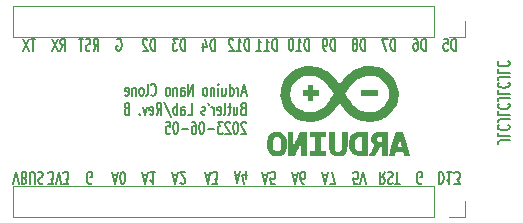
<source format=gbr>
%TF.GenerationSoftware,KiCad,Pcbnew,7.0.5-0*%
%TF.CreationDate,2023-06-05T20:56:04-04:00*%
%TF.ProjectId,mini_arduino_clone,6d696e69-5f61-4726-9475-696e6f5f636c,B*%
%TF.SameCoordinates,Original*%
%TF.FileFunction,Legend,Bot*%
%TF.FilePolarity,Positive*%
%FSLAX46Y46*%
G04 Gerber Fmt 4.6, Leading zero omitted, Abs format (unit mm)*
G04 Created by KiCad (PCBNEW 7.0.5-0) date 2023-06-05 20:56:04*
%MOMM*%
%LPD*%
G01*
G04 APERTURE LIST*
%ADD10C,0.153000*%
%ADD11C,0.120000*%
%ADD12C,0.600000*%
%ADD13O,1.700000X1.000000*%
%ADD14O,1.700000X0.850000*%
%ADD15C,0.991000*%
%ADD16R,1.700000X1.700000*%
%ADD17O,1.700000X1.700000*%
G04 APERTURE END LIST*
D10*
X44619229Y6539154D02*
X43904944Y6539154D01*
X43904944Y6539154D02*
X43762087Y6505821D01*
X43762087Y6505821D02*
X43666849Y6439154D01*
X43666849Y6439154D02*
X43619229Y6339154D01*
X43619229Y6339154D02*
X43619229Y6272487D01*
X43619229Y7205820D02*
X43619229Y6872487D01*
X43619229Y6872487D02*
X44619229Y6872487D01*
X43714468Y7839154D02*
X43666849Y7805821D01*
X43666849Y7805821D02*
X43619229Y7705821D01*
X43619229Y7705821D02*
X43619229Y7639154D01*
X43619229Y7639154D02*
X43666849Y7539154D01*
X43666849Y7539154D02*
X43762087Y7472487D01*
X43762087Y7472487D02*
X43857325Y7439154D01*
X43857325Y7439154D02*
X44047801Y7405821D01*
X44047801Y7405821D02*
X44190658Y7405821D01*
X44190658Y7405821D02*
X44381134Y7439154D01*
X44381134Y7439154D02*
X44476372Y7472487D01*
X44476372Y7472487D02*
X44571610Y7539154D01*
X44571610Y7539154D02*
X44619229Y7639154D01*
X44619229Y7639154D02*
X44619229Y7705821D01*
X44619229Y7705821D02*
X44571610Y7805821D01*
X44571610Y7805821D02*
X44523991Y7839154D01*
X44619229Y8339154D02*
X43904944Y8339154D01*
X43904944Y8339154D02*
X43762087Y8305821D01*
X43762087Y8305821D02*
X43666849Y8239154D01*
X43666849Y8239154D02*
X43619229Y8139154D01*
X43619229Y8139154D02*
X43619229Y8072487D01*
X43619229Y9005820D02*
X43619229Y8672487D01*
X43619229Y8672487D02*
X44619229Y8672487D01*
X43714468Y9639154D02*
X43666849Y9605821D01*
X43666849Y9605821D02*
X43619229Y9505821D01*
X43619229Y9505821D02*
X43619229Y9439154D01*
X43619229Y9439154D02*
X43666849Y9339154D01*
X43666849Y9339154D02*
X43762087Y9272487D01*
X43762087Y9272487D02*
X43857325Y9239154D01*
X43857325Y9239154D02*
X44047801Y9205821D01*
X44047801Y9205821D02*
X44190658Y9205821D01*
X44190658Y9205821D02*
X44381134Y9239154D01*
X44381134Y9239154D02*
X44476372Y9272487D01*
X44476372Y9272487D02*
X44571610Y9339154D01*
X44571610Y9339154D02*
X44619229Y9439154D01*
X44619229Y9439154D02*
X44619229Y9505821D01*
X44619229Y9505821D02*
X44571610Y9605821D01*
X44571610Y9605821D02*
X44523991Y9639154D01*
X44619229Y10139154D02*
X43904944Y10139154D01*
X43904944Y10139154D02*
X43762087Y10105821D01*
X43762087Y10105821D02*
X43666849Y10039154D01*
X43666849Y10039154D02*
X43619229Y9939154D01*
X43619229Y9939154D02*
X43619229Y9872487D01*
X43619229Y10805820D02*
X43619229Y10472487D01*
X43619229Y10472487D02*
X44619229Y10472487D01*
X43714468Y11439154D02*
X43666849Y11405821D01*
X43666849Y11405821D02*
X43619229Y11305821D01*
X43619229Y11305821D02*
X43619229Y11239154D01*
X43619229Y11239154D02*
X43666849Y11139154D01*
X43666849Y11139154D02*
X43762087Y11072487D01*
X43762087Y11072487D02*
X43857325Y11039154D01*
X43857325Y11039154D02*
X44047801Y11005821D01*
X44047801Y11005821D02*
X44190658Y11005821D01*
X44190658Y11005821D02*
X44381134Y11039154D01*
X44381134Y11039154D02*
X44476372Y11072487D01*
X44476372Y11072487D02*
X44571610Y11139154D01*
X44571610Y11139154D02*
X44619229Y11239154D01*
X44619229Y11239154D02*
X44619229Y11305821D01*
X44619229Y11305821D02*
X44571610Y11405821D01*
X44571610Y11405821D02*
X44523991Y11439154D01*
X44619229Y11939154D02*
X43904944Y11939154D01*
X43904944Y11939154D02*
X43762087Y11905821D01*
X43762087Y11905821D02*
X43666849Y11839154D01*
X43666849Y11839154D02*
X43619229Y11739154D01*
X43619229Y11739154D02*
X43619229Y11672487D01*
X43619229Y12605820D02*
X43619229Y12272487D01*
X43619229Y12272487D02*
X44619229Y12272487D01*
X43714468Y13239154D02*
X43666849Y13205821D01*
X43666849Y13205821D02*
X43619229Y13105821D01*
X43619229Y13105821D02*
X43619229Y13039154D01*
X43619229Y13039154D02*
X43666849Y12939154D01*
X43666849Y12939154D02*
X43762087Y12872487D01*
X43762087Y12872487D02*
X43857325Y12839154D01*
X43857325Y12839154D02*
X44047801Y12805821D01*
X44047801Y12805821D02*
X44190658Y12805821D01*
X44190658Y12805821D02*
X44381134Y12839154D01*
X44381134Y12839154D02*
X44476372Y12872487D01*
X44476372Y12872487D02*
X44571610Y12939154D01*
X44571610Y12939154D02*
X44619229Y13039154D01*
X44619229Y13039154D02*
X44619229Y13105821D01*
X44619229Y13105821D02*
X44571610Y13205821D01*
X44571610Y13205821D02*
X44523991Y13239154D01*
X14613666Y14143824D02*
X14613666Y15143824D01*
X14613666Y15143824D02*
X14446999Y15143824D01*
X14446999Y15143824D02*
X14346999Y15096205D01*
X14346999Y15096205D02*
X14280333Y15000967D01*
X14280333Y15000967D02*
X14246999Y14905729D01*
X14246999Y14905729D02*
X14213666Y14715253D01*
X14213666Y14715253D02*
X14213666Y14572396D01*
X14213666Y14572396D02*
X14246999Y14381920D01*
X14246999Y14381920D02*
X14280333Y14286682D01*
X14280333Y14286682D02*
X14346999Y14191443D01*
X14346999Y14191443D02*
X14446999Y14143824D01*
X14446999Y14143824D02*
X14613666Y14143824D01*
X13946999Y15048586D02*
X13913666Y15096205D01*
X13913666Y15096205D02*
X13846999Y15143824D01*
X13846999Y15143824D02*
X13680333Y15143824D01*
X13680333Y15143824D02*
X13613666Y15096205D01*
X13613666Y15096205D02*
X13580333Y15048586D01*
X13580333Y15048586D02*
X13546999Y14953348D01*
X13546999Y14953348D02*
X13546999Y14858110D01*
X13546999Y14858110D02*
X13580333Y14715253D01*
X13580333Y14715253D02*
X13980333Y14143824D01*
X13980333Y14143824D02*
X13546999Y14143824D01*
X19693666Y14093024D02*
X19693666Y15093024D01*
X19693666Y15093024D02*
X19526999Y15093024D01*
X19526999Y15093024D02*
X19426999Y15045405D01*
X19426999Y15045405D02*
X19360333Y14950167D01*
X19360333Y14950167D02*
X19326999Y14854929D01*
X19326999Y14854929D02*
X19293666Y14664453D01*
X19293666Y14664453D02*
X19293666Y14521596D01*
X19293666Y14521596D02*
X19326999Y14331120D01*
X19326999Y14331120D02*
X19360333Y14235882D01*
X19360333Y14235882D02*
X19426999Y14140643D01*
X19426999Y14140643D02*
X19526999Y14093024D01*
X19526999Y14093024D02*
X19693666Y14093024D01*
X18693666Y14759691D02*
X18693666Y14093024D01*
X18860333Y15140643D02*
X19026999Y14426358D01*
X19026999Y14426358D02*
X18593666Y14426358D01*
X11373666Y15096205D02*
X11440333Y15143824D01*
X11440333Y15143824D02*
X11540333Y15143824D01*
X11540333Y15143824D02*
X11640333Y15096205D01*
X11640333Y15096205D02*
X11707000Y15000967D01*
X11707000Y15000967D02*
X11740333Y14905729D01*
X11740333Y14905729D02*
X11773666Y14715253D01*
X11773666Y14715253D02*
X11773666Y14572396D01*
X11773666Y14572396D02*
X11740333Y14381920D01*
X11740333Y14381920D02*
X11707000Y14286682D01*
X11707000Y14286682D02*
X11640333Y14191443D01*
X11640333Y14191443D02*
X11540333Y14143824D01*
X11540333Y14143824D02*
X11473666Y14143824D01*
X11473666Y14143824D02*
X11373666Y14191443D01*
X11373666Y14191443D02*
X11340333Y14239063D01*
X11340333Y14239063D02*
X11340333Y14572396D01*
X11340333Y14572396D02*
X11473666Y14572396D01*
X6593666Y14143824D02*
X6826999Y14620015D01*
X6993666Y14143824D02*
X6993666Y15143824D01*
X6993666Y15143824D02*
X6726999Y15143824D01*
X6726999Y15143824D02*
X6660333Y15096205D01*
X6660333Y15096205D02*
X6626999Y15048586D01*
X6626999Y15048586D02*
X6593666Y14953348D01*
X6593666Y14953348D02*
X6593666Y14810491D01*
X6593666Y14810491D02*
X6626999Y14715253D01*
X6626999Y14715253D02*
X6660333Y14667634D01*
X6660333Y14667634D02*
X6726999Y14620015D01*
X6726999Y14620015D02*
X6993666Y14620015D01*
X6360333Y15143824D02*
X5893666Y14143824D01*
X5893666Y15143824D02*
X6360333Y14143824D01*
X22299902Y10614539D02*
X21966569Y10614539D01*
X22366569Y10328824D02*
X22133236Y11328824D01*
X22133236Y11328824D02*
X21899902Y10328824D01*
X21666569Y10328824D02*
X21666569Y10995491D01*
X21666569Y10805015D02*
X21633236Y10900253D01*
X21633236Y10900253D02*
X21599902Y10947872D01*
X21599902Y10947872D02*
X21533236Y10995491D01*
X21533236Y10995491D02*
X21466569Y10995491D01*
X20933236Y10328824D02*
X20933236Y11328824D01*
X20933236Y10376443D02*
X20999903Y10328824D01*
X20999903Y10328824D02*
X21133236Y10328824D01*
X21133236Y10328824D02*
X21199903Y10376443D01*
X21199903Y10376443D02*
X21233236Y10424063D01*
X21233236Y10424063D02*
X21266569Y10519301D01*
X21266569Y10519301D02*
X21266569Y10805015D01*
X21266569Y10805015D02*
X21233236Y10900253D01*
X21233236Y10900253D02*
X21199903Y10947872D01*
X21199903Y10947872D02*
X21133236Y10995491D01*
X21133236Y10995491D02*
X20999903Y10995491D01*
X20999903Y10995491D02*
X20933236Y10947872D01*
X20299903Y10995491D02*
X20299903Y10328824D01*
X20599903Y10995491D02*
X20599903Y10471682D01*
X20599903Y10471682D02*
X20566570Y10376443D01*
X20566570Y10376443D02*
X20499903Y10328824D01*
X20499903Y10328824D02*
X20399903Y10328824D01*
X20399903Y10328824D02*
X20333236Y10376443D01*
X20333236Y10376443D02*
X20299903Y10424063D01*
X19966570Y10328824D02*
X19966570Y10995491D01*
X19966570Y11328824D02*
X19999903Y11281205D01*
X19999903Y11281205D02*
X19966570Y11233586D01*
X19966570Y11233586D02*
X19933237Y11281205D01*
X19933237Y11281205D02*
X19966570Y11328824D01*
X19966570Y11328824D02*
X19966570Y11233586D01*
X19633237Y10995491D02*
X19633237Y10328824D01*
X19633237Y10900253D02*
X19599904Y10947872D01*
X19599904Y10947872D02*
X19533237Y10995491D01*
X19533237Y10995491D02*
X19433237Y10995491D01*
X19433237Y10995491D02*
X19366570Y10947872D01*
X19366570Y10947872D02*
X19333237Y10852634D01*
X19333237Y10852634D02*
X19333237Y10328824D01*
X18899904Y10328824D02*
X18966571Y10376443D01*
X18966571Y10376443D02*
X18999904Y10424063D01*
X18999904Y10424063D02*
X19033237Y10519301D01*
X19033237Y10519301D02*
X19033237Y10805015D01*
X19033237Y10805015D02*
X18999904Y10900253D01*
X18999904Y10900253D02*
X18966571Y10947872D01*
X18966571Y10947872D02*
X18899904Y10995491D01*
X18899904Y10995491D02*
X18799904Y10995491D01*
X18799904Y10995491D02*
X18733237Y10947872D01*
X18733237Y10947872D02*
X18699904Y10900253D01*
X18699904Y10900253D02*
X18666571Y10805015D01*
X18666571Y10805015D02*
X18666571Y10519301D01*
X18666571Y10519301D02*
X18699904Y10424063D01*
X18699904Y10424063D02*
X18733237Y10376443D01*
X18733237Y10376443D02*
X18799904Y10328824D01*
X18799904Y10328824D02*
X18899904Y10328824D01*
X17833238Y10328824D02*
X17833238Y11328824D01*
X17833238Y11328824D02*
X17433238Y10328824D01*
X17433238Y10328824D02*
X17433238Y11328824D01*
X16799905Y10328824D02*
X16799905Y10852634D01*
X16799905Y10852634D02*
X16833238Y10947872D01*
X16833238Y10947872D02*
X16899905Y10995491D01*
X16899905Y10995491D02*
X17033238Y10995491D01*
X17033238Y10995491D02*
X17099905Y10947872D01*
X16799905Y10376443D02*
X16866572Y10328824D01*
X16866572Y10328824D02*
X17033238Y10328824D01*
X17033238Y10328824D02*
X17099905Y10376443D01*
X17099905Y10376443D02*
X17133238Y10471682D01*
X17133238Y10471682D02*
X17133238Y10566920D01*
X17133238Y10566920D02*
X17099905Y10662158D01*
X17099905Y10662158D02*
X17033238Y10709777D01*
X17033238Y10709777D02*
X16866572Y10709777D01*
X16866572Y10709777D02*
X16799905Y10757396D01*
X16466572Y10995491D02*
X16466572Y10328824D01*
X16466572Y10900253D02*
X16433239Y10947872D01*
X16433239Y10947872D02*
X16366572Y10995491D01*
X16366572Y10995491D02*
X16266572Y10995491D01*
X16266572Y10995491D02*
X16199905Y10947872D01*
X16199905Y10947872D02*
X16166572Y10852634D01*
X16166572Y10852634D02*
X16166572Y10328824D01*
X15733239Y10328824D02*
X15799906Y10376443D01*
X15799906Y10376443D02*
X15833239Y10424063D01*
X15833239Y10424063D02*
X15866572Y10519301D01*
X15866572Y10519301D02*
X15866572Y10805015D01*
X15866572Y10805015D02*
X15833239Y10900253D01*
X15833239Y10900253D02*
X15799906Y10947872D01*
X15799906Y10947872D02*
X15733239Y10995491D01*
X15733239Y10995491D02*
X15633239Y10995491D01*
X15633239Y10995491D02*
X15566572Y10947872D01*
X15566572Y10947872D02*
X15533239Y10900253D01*
X15533239Y10900253D02*
X15499906Y10805015D01*
X15499906Y10805015D02*
X15499906Y10519301D01*
X15499906Y10519301D02*
X15533239Y10424063D01*
X15533239Y10424063D02*
X15566572Y10376443D01*
X15566572Y10376443D02*
X15633239Y10328824D01*
X15633239Y10328824D02*
X15733239Y10328824D01*
X14266573Y10424063D02*
X14299906Y10376443D01*
X14299906Y10376443D02*
X14399906Y10328824D01*
X14399906Y10328824D02*
X14466573Y10328824D01*
X14466573Y10328824D02*
X14566573Y10376443D01*
X14566573Y10376443D02*
X14633240Y10471682D01*
X14633240Y10471682D02*
X14666573Y10566920D01*
X14666573Y10566920D02*
X14699906Y10757396D01*
X14699906Y10757396D02*
X14699906Y10900253D01*
X14699906Y10900253D02*
X14666573Y11090729D01*
X14666573Y11090729D02*
X14633240Y11185967D01*
X14633240Y11185967D02*
X14566573Y11281205D01*
X14566573Y11281205D02*
X14466573Y11328824D01*
X14466573Y11328824D02*
X14399906Y11328824D01*
X14399906Y11328824D02*
X14299906Y11281205D01*
X14299906Y11281205D02*
X14266573Y11233586D01*
X13866573Y10328824D02*
X13933240Y10376443D01*
X13933240Y10376443D02*
X13966573Y10471682D01*
X13966573Y10471682D02*
X13966573Y11328824D01*
X13499906Y10328824D02*
X13566573Y10376443D01*
X13566573Y10376443D02*
X13599906Y10424063D01*
X13599906Y10424063D02*
X13633239Y10519301D01*
X13633239Y10519301D02*
X13633239Y10805015D01*
X13633239Y10805015D02*
X13599906Y10900253D01*
X13599906Y10900253D02*
X13566573Y10947872D01*
X13566573Y10947872D02*
X13499906Y10995491D01*
X13499906Y10995491D02*
X13399906Y10995491D01*
X13399906Y10995491D02*
X13333239Y10947872D01*
X13333239Y10947872D02*
X13299906Y10900253D01*
X13299906Y10900253D02*
X13266573Y10805015D01*
X13266573Y10805015D02*
X13266573Y10519301D01*
X13266573Y10519301D02*
X13299906Y10424063D01*
X13299906Y10424063D02*
X13333239Y10376443D01*
X13333239Y10376443D02*
X13399906Y10328824D01*
X13399906Y10328824D02*
X13499906Y10328824D01*
X12966573Y10995491D02*
X12966573Y10328824D01*
X12966573Y10900253D02*
X12933240Y10947872D01*
X12933240Y10947872D02*
X12866573Y10995491D01*
X12866573Y10995491D02*
X12766573Y10995491D01*
X12766573Y10995491D02*
X12699906Y10947872D01*
X12699906Y10947872D02*
X12666573Y10852634D01*
X12666573Y10852634D02*
X12666573Y10328824D01*
X12066573Y10376443D02*
X12133240Y10328824D01*
X12133240Y10328824D02*
X12266573Y10328824D01*
X12266573Y10328824D02*
X12333240Y10376443D01*
X12333240Y10376443D02*
X12366573Y10471682D01*
X12366573Y10471682D02*
X12366573Y10852634D01*
X12366573Y10852634D02*
X12333240Y10947872D01*
X12333240Y10947872D02*
X12266573Y10995491D01*
X12266573Y10995491D02*
X12133240Y10995491D01*
X12133240Y10995491D02*
X12066573Y10947872D01*
X12066573Y10947872D02*
X12033240Y10852634D01*
X12033240Y10852634D02*
X12033240Y10757396D01*
X12033240Y10757396D02*
X12366573Y10662158D01*
X22033236Y9242634D02*
X21933236Y9195015D01*
X21933236Y9195015D02*
X21899902Y9147396D01*
X21899902Y9147396D02*
X21866569Y9052158D01*
X21866569Y9052158D02*
X21866569Y8909301D01*
X21866569Y8909301D02*
X21899902Y8814063D01*
X21899902Y8814063D02*
X21933236Y8766443D01*
X21933236Y8766443D02*
X21999902Y8718824D01*
X21999902Y8718824D02*
X22266569Y8718824D01*
X22266569Y8718824D02*
X22266569Y9718824D01*
X22266569Y9718824D02*
X22033236Y9718824D01*
X22033236Y9718824D02*
X21966569Y9671205D01*
X21966569Y9671205D02*
X21933236Y9623586D01*
X21933236Y9623586D02*
X21899902Y9528348D01*
X21899902Y9528348D02*
X21899902Y9433110D01*
X21899902Y9433110D02*
X21933236Y9337872D01*
X21933236Y9337872D02*
X21966569Y9290253D01*
X21966569Y9290253D02*
X22033236Y9242634D01*
X22033236Y9242634D02*
X22266569Y9242634D01*
X21266569Y9385491D02*
X21266569Y8718824D01*
X21566569Y9385491D02*
X21566569Y8861682D01*
X21566569Y8861682D02*
X21533236Y8766443D01*
X21533236Y8766443D02*
X21466569Y8718824D01*
X21466569Y8718824D02*
X21366569Y8718824D01*
X21366569Y8718824D02*
X21299902Y8766443D01*
X21299902Y8766443D02*
X21266569Y8814063D01*
X21033236Y9385491D02*
X20766569Y9385491D01*
X20933236Y9718824D02*
X20933236Y8861682D01*
X20933236Y8861682D02*
X20899903Y8766443D01*
X20899903Y8766443D02*
X20833236Y8718824D01*
X20833236Y8718824D02*
X20766569Y8718824D01*
X20433236Y8718824D02*
X20499903Y8766443D01*
X20499903Y8766443D02*
X20533236Y8861682D01*
X20533236Y8861682D02*
X20533236Y9718824D01*
X19899902Y8766443D02*
X19966569Y8718824D01*
X19966569Y8718824D02*
X20099902Y8718824D01*
X20099902Y8718824D02*
X20166569Y8766443D01*
X20166569Y8766443D02*
X20199902Y8861682D01*
X20199902Y8861682D02*
X20199902Y9242634D01*
X20199902Y9242634D02*
X20166569Y9337872D01*
X20166569Y9337872D02*
X20099902Y9385491D01*
X20099902Y9385491D02*
X19966569Y9385491D01*
X19966569Y9385491D02*
X19899902Y9337872D01*
X19899902Y9337872D02*
X19866569Y9242634D01*
X19866569Y9242634D02*
X19866569Y9147396D01*
X19866569Y9147396D02*
X20199902Y9052158D01*
X19566569Y8718824D02*
X19566569Y9385491D01*
X19566569Y9195015D02*
X19533236Y9290253D01*
X19533236Y9290253D02*
X19499902Y9337872D01*
X19499902Y9337872D02*
X19433236Y9385491D01*
X19433236Y9385491D02*
X19366569Y9385491D01*
X19099903Y9718824D02*
X19166569Y9528348D01*
X18833236Y8766443D02*
X18766570Y8718824D01*
X18766570Y8718824D02*
X18633236Y8718824D01*
X18633236Y8718824D02*
X18566570Y8766443D01*
X18566570Y8766443D02*
X18533236Y8861682D01*
X18533236Y8861682D02*
X18533236Y8909301D01*
X18533236Y8909301D02*
X18566570Y9004539D01*
X18566570Y9004539D02*
X18633236Y9052158D01*
X18633236Y9052158D02*
X18733236Y9052158D01*
X18733236Y9052158D02*
X18799903Y9099777D01*
X18799903Y9099777D02*
X18833236Y9195015D01*
X18833236Y9195015D02*
X18833236Y9242634D01*
X18833236Y9242634D02*
X18799903Y9337872D01*
X18799903Y9337872D02*
X18733236Y9385491D01*
X18733236Y9385491D02*
X18633236Y9385491D01*
X18633236Y9385491D02*
X18566570Y9337872D01*
X17366570Y8718824D02*
X17699903Y8718824D01*
X17699903Y8718824D02*
X17699903Y9718824D01*
X16833236Y8718824D02*
X16833236Y9242634D01*
X16833236Y9242634D02*
X16866569Y9337872D01*
X16866569Y9337872D02*
X16933236Y9385491D01*
X16933236Y9385491D02*
X17066569Y9385491D01*
X17066569Y9385491D02*
X17133236Y9337872D01*
X16833236Y8766443D02*
X16899903Y8718824D01*
X16899903Y8718824D02*
X17066569Y8718824D01*
X17066569Y8718824D02*
X17133236Y8766443D01*
X17133236Y8766443D02*
X17166569Y8861682D01*
X17166569Y8861682D02*
X17166569Y8956920D01*
X17166569Y8956920D02*
X17133236Y9052158D01*
X17133236Y9052158D02*
X17066569Y9099777D01*
X17066569Y9099777D02*
X16899903Y9099777D01*
X16899903Y9099777D02*
X16833236Y9147396D01*
X16499903Y8718824D02*
X16499903Y9718824D01*
X16499903Y9337872D02*
X16433236Y9385491D01*
X16433236Y9385491D02*
X16299903Y9385491D01*
X16299903Y9385491D02*
X16233236Y9337872D01*
X16233236Y9337872D02*
X16199903Y9290253D01*
X16199903Y9290253D02*
X16166570Y9195015D01*
X16166570Y9195015D02*
X16166570Y8909301D01*
X16166570Y8909301D02*
X16199903Y8814063D01*
X16199903Y8814063D02*
X16233236Y8766443D01*
X16233236Y8766443D02*
X16299903Y8718824D01*
X16299903Y8718824D02*
X16433236Y8718824D01*
X16433236Y8718824D02*
X16499903Y8766443D01*
X15366570Y9766443D02*
X15966570Y8480729D01*
X14733237Y8718824D02*
X14966570Y9195015D01*
X15133237Y8718824D02*
X15133237Y9718824D01*
X15133237Y9718824D02*
X14866570Y9718824D01*
X14866570Y9718824D02*
X14799904Y9671205D01*
X14799904Y9671205D02*
X14766570Y9623586D01*
X14766570Y9623586D02*
X14733237Y9528348D01*
X14733237Y9528348D02*
X14733237Y9385491D01*
X14733237Y9385491D02*
X14766570Y9290253D01*
X14766570Y9290253D02*
X14799904Y9242634D01*
X14799904Y9242634D02*
X14866570Y9195015D01*
X14866570Y9195015D02*
X15133237Y9195015D01*
X14166570Y8766443D02*
X14233237Y8718824D01*
X14233237Y8718824D02*
X14366570Y8718824D01*
X14366570Y8718824D02*
X14433237Y8766443D01*
X14433237Y8766443D02*
X14466570Y8861682D01*
X14466570Y8861682D02*
X14466570Y9242634D01*
X14466570Y9242634D02*
X14433237Y9337872D01*
X14433237Y9337872D02*
X14366570Y9385491D01*
X14366570Y9385491D02*
X14233237Y9385491D01*
X14233237Y9385491D02*
X14166570Y9337872D01*
X14166570Y9337872D02*
X14133237Y9242634D01*
X14133237Y9242634D02*
X14133237Y9147396D01*
X14133237Y9147396D02*
X14466570Y9052158D01*
X13899904Y9385491D02*
X13733237Y8718824D01*
X13733237Y8718824D02*
X13566570Y9385491D01*
X13299904Y8814063D02*
X13266571Y8766443D01*
X13266571Y8766443D02*
X13299904Y8718824D01*
X13299904Y8718824D02*
X13333237Y8766443D01*
X13333237Y8766443D02*
X13299904Y8814063D01*
X13299904Y8814063D02*
X13299904Y8718824D01*
X12199905Y9242634D02*
X12099905Y9195015D01*
X12099905Y9195015D02*
X12066571Y9147396D01*
X12066571Y9147396D02*
X12033238Y9052158D01*
X12033238Y9052158D02*
X12033238Y8909301D01*
X12033238Y8909301D02*
X12066571Y8814063D01*
X12066571Y8814063D02*
X12099905Y8766443D01*
X12099905Y8766443D02*
X12166571Y8718824D01*
X12166571Y8718824D02*
X12433238Y8718824D01*
X12433238Y8718824D02*
X12433238Y9718824D01*
X12433238Y9718824D02*
X12199905Y9718824D01*
X12199905Y9718824D02*
X12133238Y9671205D01*
X12133238Y9671205D02*
X12099905Y9623586D01*
X12099905Y9623586D02*
X12066571Y9528348D01*
X12066571Y9528348D02*
X12066571Y9433110D01*
X12066571Y9433110D02*
X12099905Y9337872D01*
X12099905Y9337872D02*
X12133238Y9290253D01*
X12133238Y9290253D02*
X12199905Y9242634D01*
X12199905Y9242634D02*
X12433238Y9242634D01*
X22299902Y8013586D02*
X22266569Y8061205D01*
X22266569Y8061205D02*
X22199902Y8108824D01*
X22199902Y8108824D02*
X22033236Y8108824D01*
X22033236Y8108824D02*
X21966569Y8061205D01*
X21966569Y8061205D02*
X21933236Y8013586D01*
X21933236Y8013586D02*
X21899902Y7918348D01*
X21899902Y7918348D02*
X21899902Y7823110D01*
X21899902Y7823110D02*
X21933236Y7680253D01*
X21933236Y7680253D02*
X22333236Y7108824D01*
X22333236Y7108824D02*
X21899902Y7108824D01*
X21466569Y8108824D02*
X21399902Y8108824D01*
X21399902Y8108824D02*
X21333235Y8061205D01*
X21333235Y8061205D02*
X21299902Y8013586D01*
X21299902Y8013586D02*
X21266569Y7918348D01*
X21266569Y7918348D02*
X21233235Y7727872D01*
X21233235Y7727872D02*
X21233235Y7489777D01*
X21233235Y7489777D02*
X21266569Y7299301D01*
X21266569Y7299301D02*
X21299902Y7204063D01*
X21299902Y7204063D02*
X21333235Y7156443D01*
X21333235Y7156443D02*
X21399902Y7108824D01*
X21399902Y7108824D02*
X21466569Y7108824D01*
X21466569Y7108824D02*
X21533235Y7156443D01*
X21533235Y7156443D02*
X21566569Y7204063D01*
X21566569Y7204063D02*
X21599902Y7299301D01*
X21599902Y7299301D02*
X21633235Y7489777D01*
X21633235Y7489777D02*
X21633235Y7727872D01*
X21633235Y7727872D02*
X21599902Y7918348D01*
X21599902Y7918348D02*
X21566569Y8013586D01*
X21566569Y8013586D02*
X21533235Y8061205D01*
X21533235Y8061205D02*
X21466569Y8108824D01*
X20966568Y8013586D02*
X20933235Y8061205D01*
X20933235Y8061205D02*
X20866568Y8108824D01*
X20866568Y8108824D02*
X20699902Y8108824D01*
X20699902Y8108824D02*
X20633235Y8061205D01*
X20633235Y8061205D02*
X20599902Y8013586D01*
X20599902Y8013586D02*
X20566568Y7918348D01*
X20566568Y7918348D02*
X20566568Y7823110D01*
X20566568Y7823110D02*
X20599902Y7680253D01*
X20599902Y7680253D02*
X20999902Y7108824D01*
X20999902Y7108824D02*
X20566568Y7108824D01*
X20333235Y8108824D02*
X19899901Y8108824D01*
X19899901Y8108824D02*
X20133235Y7727872D01*
X20133235Y7727872D02*
X20033235Y7727872D01*
X20033235Y7727872D02*
X19966568Y7680253D01*
X19966568Y7680253D02*
X19933235Y7632634D01*
X19933235Y7632634D02*
X19899901Y7537396D01*
X19899901Y7537396D02*
X19899901Y7299301D01*
X19899901Y7299301D02*
X19933235Y7204063D01*
X19933235Y7204063D02*
X19966568Y7156443D01*
X19966568Y7156443D02*
X20033235Y7108824D01*
X20033235Y7108824D02*
X20233235Y7108824D01*
X20233235Y7108824D02*
X20299901Y7156443D01*
X20299901Y7156443D02*
X20333235Y7204063D01*
X19599901Y7489777D02*
X19066568Y7489777D01*
X18599901Y8108824D02*
X18533234Y8108824D01*
X18533234Y8108824D02*
X18466567Y8061205D01*
X18466567Y8061205D02*
X18433234Y8013586D01*
X18433234Y8013586D02*
X18399901Y7918348D01*
X18399901Y7918348D02*
X18366567Y7727872D01*
X18366567Y7727872D02*
X18366567Y7489777D01*
X18366567Y7489777D02*
X18399901Y7299301D01*
X18399901Y7299301D02*
X18433234Y7204063D01*
X18433234Y7204063D02*
X18466567Y7156443D01*
X18466567Y7156443D02*
X18533234Y7108824D01*
X18533234Y7108824D02*
X18599901Y7108824D01*
X18599901Y7108824D02*
X18666567Y7156443D01*
X18666567Y7156443D02*
X18699901Y7204063D01*
X18699901Y7204063D02*
X18733234Y7299301D01*
X18733234Y7299301D02*
X18766567Y7489777D01*
X18766567Y7489777D02*
X18766567Y7727872D01*
X18766567Y7727872D02*
X18733234Y7918348D01*
X18733234Y7918348D02*
X18699901Y8013586D01*
X18699901Y8013586D02*
X18666567Y8061205D01*
X18666567Y8061205D02*
X18599901Y8108824D01*
X17766567Y8108824D02*
X17899900Y8108824D01*
X17899900Y8108824D02*
X17966567Y8061205D01*
X17966567Y8061205D02*
X17999900Y8013586D01*
X17999900Y8013586D02*
X18066567Y7870729D01*
X18066567Y7870729D02*
X18099900Y7680253D01*
X18099900Y7680253D02*
X18099900Y7299301D01*
X18099900Y7299301D02*
X18066567Y7204063D01*
X18066567Y7204063D02*
X18033234Y7156443D01*
X18033234Y7156443D02*
X17966567Y7108824D01*
X17966567Y7108824D02*
X17833234Y7108824D01*
X17833234Y7108824D02*
X17766567Y7156443D01*
X17766567Y7156443D02*
X17733234Y7204063D01*
X17733234Y7204063D02*
X17699900Y7299301D01*
X17699900Y7299301D02*
X17699900Y7537396D01*
X17699900Y7537396D02*
X17733234Y7632634D01*
X17733234Y7632634D02*
X17766567Y7680253D01*
X17766567Y7680253D02*
X17833234Y7727872D01*
X17833234Y7727872D02*
X17966567Y7727872D01*
X17966567Y7727872D02*
X18033234Y7680253D01*
X18033234Y7680253D02*
X18066567Y7632634D01*
X18066567Y7632634D02*
X18099900Y7537396D01*
X17399900Y7489777D02*
X16866567Y7489777D01*
X16399900Y8108824D02*
X16333233Y8108824D01*
X16333233Y8108824D02*
X16266566Y8061205D01*
X16266566Y8061205D02*
X16233233Y8013586D01*
X16233233Y8013586D02*
X16199900Y7918348D01*
X16199900Y7918348D02*
X16166566Y7727872D01*
X16166566Y7727872D02*
X16166566Y7489777D01*
X16166566Y7489777D02*
X16199900Y7299301D01*
X16199900Y7299301D02*
X16233233Y7204063D01*
X16233233Y7204063D02*
X16266566Y7156443D01*
X16266566Y7156443D02*
X16333233Y7108824D01*
X16333233Y7108824D02*
X16399900Y7108824D01*
X16399900Y7108824D02*
X16466566Y7156443D01*
X16466566Y7156443D02*
X16499900Y7204063D01*
X16499900Y7204063D02*
X16533233Y7299301D01*
X16533233Y7299301D02*
X16566566Y7489777D01*
X16566566Y7489777D02*
X16566566Y7727872D01*
X16566566Y7727872D02*
X16533233Y7918348D01*
X16533233Y7918348D02*
X16499900Y8013586D01*
X16499900Y8013586D02*
X16466566Y8061205D01*
X16466566Y8061205D02*
X16399900Y8108824D01*
X15533233Y8108824D02*
X15866566Y8108824D01*
X15866566Y8108824D02*
X15899899Y7632634D01*
X15899899Y7632634D02*
X15866566Y7680253D01*
X15866566Y7680253D02*
X15799899Y7727872D01*
X15799899Y7727872D02*
X15633233Y7727872D01*
X15633233Y7727872D02*
X15566566Y7680253D01*
X15566566Y7680253D02*
X15533233Y7632634D01*
X15533233Y7632634D02*
X15499899Y7537396D01*
X15499899Y7537396D02*
X15499899Y7299301D01*
X15499899Y7299301D02*
X15533233Y7204063D01*
X15533233Y7204063D02*
X15566566Y7156443D01*
X15566566Y7156443D02*
X15633233Y7108824D01*
X15633233Y7108824D02*
X15799899Y7108824D01*
X15799899Y7108824D02*
X15866566Y7156443D01*
X15866566Y7156443D02*
X15899899Y7204063D01*
X17153666Y14143824D02*
X17153666Y15143824D01*
X17153666Y15143824D02*
X16986999Y15143824D01*
X16986999Y15143824D02*
X16886999Y15096205D01*
X16886999Y15096205D02*
X16820333Y15000967D01*
X16820333Y15000967D02*
X16786999Y14905729D01*
X16786999Y14905729D02*
X16753666Y14715253D01*
X16753666Y14715253D02*
X16753666Y14572396D01*
X16753666Y14572396D02*
X16786999Y14381920D01*
X16786999Y14381920D02*
X16820333Y14286682D01*
X16820333Y14286682D02*
X16886999Y14191443D01*
X16886999Y14191443D02*
X16986999Y14143824D01*
X16986999Y14143824D02*
X17153666Y14143824D01*
X16520333Y15143824D02*
X16086999Y15143824D01*
X16086999Y15143824D02*
X16320333Y14762872D01*
X16320333Y14762872D02*
X16220333Y14762872D01*
X16220333Y14762872D02*
X16153666Y14715253D01*
X16153666Y14715253D02*
X16120333Y14667634D01*
X16120333Y14667634D02*
X16086999Y14572396D01*
X16086999Y14572396D02*
X16086999Y14334301D01*
X16086999Y14334301D02*
X16120333Y14239063D01*
X16120333Y14239063D02*
X16153666Y14191443D01*
X16153666Y14191443D02*
X16220333Y14143824D01*
X16220333Y14143824D02*
X16420333Y14143824D01*
X16420333Y14143824D02*
X16486999Y14191443D01*
X16486999Y14191443D02*
X16520333Y14239063D01*
X9400333Y14143824D02*
X9633666Y14620015D01*
X9800333Y14143824D02*
X9800333Y15143824D01*
X9800333Y15143824D02*
X9533666Y15143824D01*
X9533666Y15143824D02*
X9467000Y15096205D01*
X9467000Y15096205D02*
X9433666Y15048586D01*
X9433666Y15048586D02*
X9400333Y14953348D01*
X9400333Y14953348D02*
X9400333Y14810491D01*
X9400333Y14810491D02*
X9433666Y14715253D01*
X9433666Y14715253D02*
X9467000Y14667634D01*
X9467000Y14667634D02*
X9533666Y14620015D01*
X9533666Y14620015D02*
X9800333Y14620015D01*
X9133666Y14191443D02*
X9033666Y14143824D01*
X9033666Y14143824D02*
X8867000Y14143824D01*
X8867000Y14143824D02*
X8800333Y14191443D01*
X8800333Y14191443D02*
X8767000Y14239063D01*
X8767000Y14239063D02*
X8733666Y14334301D01*
X8733666Y14334301D02*
X8733666Y14429539D01*
X8733666Y14429539D02*
X8767000Y14524777D01*
X8767000Y14524777D02*
X8800333Y14572396D01*
X8800333Y14572396D02*
X8867000Y14620015D01*
X8867000Y14620015D02*
X9000333Y14667634D01*
X9000333Y14667634D02*
X9067000Y14715253D01*
X9067000Y14715253D02*
X9100333Y14762872D01*
X9100333Y14762872D02*
X9133666Y14858110D01*
X9133666Y14858110D02*
X9133666Y14953348D01*
X9133666Y14953348D02*
X9100333Y15048586D01*
X9100333Y15048586D02*
X9067000Y15096205D01*
X9067000Y15096205D02*
X9000333Y15143824D01*
X9000333Y15143824D02*
X8833666Y15143824D01*
X8833666Y15143824D02*
X8733666Y15096205D01*
X8533666Y15143824D02*
X8133666Y15143824D01*
X8333666Y14143824D02*
X8333666Y15143824D01*
X34933666Y14143824D02*
X34933666Y15143824D01*
X34933666Y15143824D02*
X34766999Y15143824D01*
X34766999Y15143824D02*
X34666999Y15096205D01*
X34666999Y15096205D02*
X34600333Y15000967D01*
X34600333Y15000967D02*
X34566999Y14905729D01*
X34566999Y14905729D02*
X34533666Y14715253D01*
X34533666Y14715253D02*
X34533666Y14572396D01*
X34533666Y14572396D02*
X34566999Y14381920D01*
X34566999Y14381920D02*
X34600333Y14286682D01*
X34600333Y14286682D02*
X34666999Y14191443D01*
X34666999Y14191443D02*
X34766999Y14143824D01*
X34766999Y14143824D02*
X34933666Y14143824D01*
X34300333Y15143824D02*
X33833666Y15143824D01*
X33833666Y15143824D02*
X34133666Y14143824D01*
X5565440Y2877151D02*
X5998773Y2877151D01*
X5998773Y2877151D02*
X5765440Y3258103D01*
X5765440Y3258103D02*
X5865440Y3258103D01*
X5865440Y3258103D02*
X5932106Y3305722D01*
X5932106Y3305722D02*
X5965440Y3353341D01*
X5965440Y3353341D02*
X5998773Y3448579D01*
X5998773Y3448579D02*
X5998773Y3686674D01*
X5998773Y3686674D02*
X5965440Y3781912D01*
X5965440Y3781912D02*
X5932106Y3829531D01*
X5932106Y3829531D02*
X5865440Y3877151D01*
X5865440Y3877151D02*
X5665440Y3877151D01*
X5665440Y3877151D02*
X5598773Y3829531D01*
X5598773Y3829531D02*
X5565440Y3781912D01*
X6198773Y2877151D02*
X6432107Y3877151D01*
X6432107Y3877151D02*
X6665440Y2877151D01*
X6832107Y2877151D02*
X7265440Y2877151D01*
X7265440Y2877151D02*
X7032107Y3258103D01*
X7032107Y3258103D02*
X7132107Y3258103D01*
X7132107Y3258103D02*
X7198773Y3305722D01*
X7198773Y3305722D02*
X7232107Y3353341D01*
X7232107Y3353341D02*
X7265440Y3448579D01*
X7265440Y3448579D02*
X7265440Y3686674D01*
X7265440Y3686674D02*
X7232107Y3781912D01*
X7232107Y3781912D02*
X7198773Y3829531D01*
X7198773Y3829531D02*
X7132107Y3877151D01*
X7132107Y3877151D02*
X6932107Y3877151D01*
X6932107Y3877151D02*
X6865440Y3829531D01*
X6865440Y3829531D02*
X6832107Y3781912D01*
X32393666Y14143824D02*
X32393666Y15143824D01*
X32393666Y15143824D02*
X32226999Y15143824D01*
X32226999Y15143824D02*
X32126999Y15096205D01*
X32126999Y15096205D02*
X32060333Y15000967D01*
X32060333Y15000967D02*
X32026999Y14905729D01*
X32026999Y14905729D02*
X31993666Y14715253D01*
X31993666Y14715253D02*
X31993666Y14572396D01*
X31993666Y14572396D02*
X32026999Y14381920D01*
X32026999Y14381920D02*
X32060333Y14286682D01*
X32060333Y14286682D02*
X32126999Y14191443D01*
X32126999Y14191443D02*
X32226999Y14143824D01*
X32226999Y14143824D02*
X32393666Y14143824D01*
X31593666Y14715253D02*
X31660333Y14762872D01*
X31660333Y14762872D02*
X31693666Y14810491D01*
X31693666Y14810491D02*
X31726999Y14905729D01*
X31726999Y14905729D02*
X31726999Y14953348D01*
X31726999Y14953348D02*
X31693666Y15048586D01*
X31693666Y15048586D02*
X31660333Y15096205D01*
X31660333Y15096205D02*
X31593666Y15143824D01*
X31593666Y15143824D02*
X31460333Y15143824D01*
X31460333Y15143824D02*
X31393666Y15096205D01*
X31393666Y15096205D02*
X31360333Y15048586D01*
X31360333Y15048586D02*
X31326999Y14953348D01*
X31326999Y14953348D02*
X31326999Y14905729D01*
X31326999Y14905729D02*
X31360333Y14810491D01*
X31360333Y14810491D02*
X31393666Y14762872D01*
X31393666Y14762872D02*
X31460333Y14715253D01*
X31460333Y14715253D02*
X31593666Y14715253D01*
X31593666Y14715253D02*
X31660333Y14667634D01*
X31660333Y14667634D02*
X31693666Y14620015D01*
X31693666Y14620015D02*
X31726999Y14524777D01*
X31726999Y14524777D02*
X31726999Y14334301D01*
X31726999Y14334301D02*
X31693666Y14239063D01*
X31693666Y14239063D02*
X31660333Y14191443D01*
X31660333Y14191443D02*
X31593666Y14143824D01*
X31593666Y14143824D02*
X31460333Y14143824D01*
X31460333Y14143824D02*
X31393666Y14191443D01*
X31393666Y14191443D02*
X31360333Y14239063D01*
X31360333Y14239063D02*
X31326999Y14334301D01*
X31326999Y14334301D02*
X31326999Y14524777D01*
X31326999Y14524777D02*
X31360333Y14620015D01*
X31360333Y14620015D02*
X31393666Y14667634D01*
X31393666Y14667634D02*
X31460333Y14715253D01*
X18886107Y3591436D02*
X19219440Y3591436D01*
X18819440Y3877151D02*
X19052774Y2877151D01*
X19052774Y2877151D02*
X19286107Y3877151D01*
X19452774Y2877151D02*
X19886107Y2877151D01*
X19886107Y2877151D02*
X19652774Y3258103D01*
X19652774Y3258103D02*
X19752774Y3258103D01*
X19752774Y3258103D02*
X19819440Y3305722D01*
X19819440Y3305722D02*
X19852774Y3353341D01*
X19852774Y3353341D02*
X19886107Y3448579D01*
X19886107Y3448579D02*
X19886107Y3686674D01*
X19886107Y3686674D02*
X19852774Y3781912D01*
X19852774Y3781912D02*
X19819440Y3829531D01*
X19819440Y3829531D02*
X19752774Y3877151D01*
X19752774Y3877151D02*
X19552774Y3877151D01*
X19552774Y3877151D02*
X19486107Y3829531D01*
X19486107Y3829531D02*
X19452774Y3781912D01*
X27647000Y14143824D02*
X27647000Y15143824D01*
X27647000Y15143824D02*
X27480333Y15143824D01*
X27480333Y15143824D02*
X27380333Y15096205D01*
X27380333Y15096205D02*
X27313667Y15000967D01*
X27313667Y15000967D02*
X27280333Y14905729D01*
X27280333Y14905729D02*
X27247000Y14715253D01*
X27247000Y14715253D02*
X27247000Y14572396D01*
X27247000Y14572396D02*
X27280333Y14381920D01*
X27280333Y14381920D02*
X27313667Y14286682D01*
X27313667Y14286682D02*
X27380333Y14191443D01*
X27380333Y14191443D02*
X27480333Y14143824D01*
X27480333Y14143824D02*
X27647000Y14143824D01*
X26580333Y14143824D02*
X26980333Y14143824D01*
X26780333Y14143824D02*
X26780333Y15143824D01*
X26780333Y15143824D02*
X26847000Y15000967D01*
X26847000Y15000967D02*
X26913667Y14905729D01*
X26913667Y14905729D02*
X26980333Y14858110D01*
X26147000Y15143824D02*
X26080333Y15143824D01*
X26080333Y15143824D02*
X26013666Y15096205D01*
X26013666Y15096205D02*
X25980333Y15048586D01*
X25980333Y15048586D02*
X25947000Y14953348D01*
X25947000Y14953348D02*
X25913666Y14762872D01*
X25913666Y14762872D02*
X25913666Y14524777D01*
X25913666Y14524777D02*
X25947000Y14334301D01*
X25947000Y14334301D02*
X25980333Y14239063D01*
X25980333Y14239063D02*
X26013666Y14191443D01*
X26013666Y14191443D02*
X26080333Y14143824D01*
X26080333Y14143824D02*
X26147000Y14143824D01*
X26147000Y14143824D02*
X26213666Y14191443D01*
X26213666Y14191443D02*
X26247000Y14239063D01*
X26247000Y14239063D02*
X26280333Y14334301D01*
X26280333Y14334301D02*
X26313666Y14524777D01*
X26313666Y14524777D02*
X26313666Y14762872D01*
X26313666Y14762872D02*
X26280333Y14953348D01*
X26280333Y14953348D02*
X26247000Y15048586D01*
X26247000Y15048586D02*
X26213666Y15096205D01*
X26213666Y15096205D02*
X26147000Y15143824D01*
X11067000Y3591436D02*
X11400333Y3591436D01*
X11000333Y3877151D02*
X11233667Y2877151D01*
X11233667Y2877151D02*
X11467000Y3877151D01*
X11833667Y2877151D02*
X11900333Y2877151D01*
X11900333Y2877151D02*
X11967000Y2924770D01*
X11967000Y2924770D02*
X12000333Y2972389D01*
X12000333Y2972389D02*
X12033667Y3067627D01*
X12033667Y3067627D02*
X12067000Y3258103D01*
X12067000Y3258103D02*
X12067000Y3496198D01*
X12067000Y3496198D02*
X12033667Y3686674D01*
X12033667Y3686674D02*
X12000333Y3781912D01*
X12000333Y3781912D02*
X11967000Y3829531D01*
X11967000Y3829531D02*
X11900333Y3877151D01*
X11900333Y3877151D02*
X11833667Y3877151D01*
X11833667Y3877151D02*
X11767000Y3829531D01*
X11767000Y3829531D02*
X11733667Y3781912D01*
X11733667Y3781912D02*
X11700333Y3686674D01*
X11700333Y3686674D02*
X11667000Y3496198D01*
X11667000Y3496198D02*
X11667000Y3258103D01*
X11667000Y3258103D02*
X11700333Y3067627D01*
X11700333Y3067627D02*
X11733667Y2972389D01*
X11733667Y2972389D02*
X11767000Y2924770D01*
X11767000Y2924770D02*
X11833667Y2877151D01*
X24907893Y14143824D02*
X24907893Y15143824D01*
X24907893Y15143824D02*
X24741226Y15143824D01*
X24741226Y15143824D02*
X24641226Y15096205D01*
X24641226Y15096205D02*
X24574560Y15000967D01*
X24574560Y15000967D02*
X24541226Y14905729D01*
X24541226Y14905729D02*
X24507893Y14715253D01*
X24507893Y14715253D02*
X24507893Y14572396D01*
X24507893Y14572396D02*
X24541226Y14381920D01*
X24541226Y14381920D02*
X24574560Y14286682D01*
X24574560Y14286682D02*
X24641226Y14191443D01*
X24641226Y14191443D02*
X24741226Y14143824D01*
X24741226Y14143824D02*
X24907893Y14143824D01*
X23841226Y14143824D02*
X24241226Y14143824D01*
X24041226Y14143824D02*
X24041226Y15143824D01*
X24041226Y15143824D02*
X24107893Y15000967D01*
X24107893Y15000967D02*
X24174560Y14905729D01*
X24174560Y14905729D02*
X24241226Y14858110D01*
X23174559Y14143824D02*
X23574559Y14143824D01*
X23374559Y14143824D02*
X23374559Y15143824D01*
X23374559Y15143824D02*
X23441226Y15000967D01*
X23441226Y15000967D02*
X23507893Y14905729D01*
X23507893Y14905729D02*
X23574559Y14858110D01*
X37528559Y14143824D02*
X37528559Y15143824D01*
X37528559Y15143824D02*
X37361892Y15143824D01*
X37361892Y15143824D02*
X37261892Y15096205D01*
X37261892Y15096205D02*
X37195226Y15000967D01*
X37195226Y15000967D02*
X37161892Y14905729D01*
X37161892Y14905729D02*
X37128559Y14715253D01*
X37128559Y14715253D02*
X37128559Y14572396D01*
X37128559Y14572396D02*
X37161892Y14381920D01*
X37161892Y14381920D02*
X37195226Y14286682D01*
X37195226Y14286682D02*
X37261892Y14191443D01*
X37261892Y14191443D02*
X37361892Y14143824D01*
X37361892Y14143824D02*
X37528559Y14143824D01*
X36528559Y15143824D02*
X36661892Y15143824D01*
X36661892Y15143824D02*
X36728559Y15096205D01*
X36728559Y15096205D02*
X36761892Y15048586D01*
X36761892Y15048586D02*
X36828559Y14905729D01*
X36828559Y14905729D02*
X36861892Y14715253D01*
X36861892Y14715253D02*
X36861892Y14334301D01*
X36861892Y14334301D02*
X36828559Y14239063D01*
X36828559Y14239063D02*
X36795226Y14191443D01*
X36795226Y14191443D02*
X36728559Y14143824D01*
X36728559Y14143824D02*
X36595226Y14143824D01*
X36595226Y14143824D02*
X36528559Y14191443D01*
X36528559Y14191443D02*
X36495226Y14239063D01*
X36495226Y14239063D02*
X36461892Y14334301D01*
X36461892Y14334301D02*
X36461892Y14572396D01*
X36461892Y14572396D02*
X36495226Y14667634D01*
X36495226Y14667634D02*
X36528559Y14715253D01*
X36528559Y14715253D02*
X36595226Y14762872D01*
X36595226Y14762872D02*
X36728559Y14762872D01*
X36728559Y14762872D02*
X36795226Y14715253D01*
X36795226Y14715253D02*
X36828559Y14667634D01*
X36828559Y14667634D02*
X36861892Y14572396D01*
X13607000Y3591436D02*
X13940333Y3591436D01*
X13540333Y3877151D02*
X13773667Y2877151D01*
X13773667Y2877151D02*
X14007000Y3877151D01*
X14607000Y3877151D02*
X14207000Y3877151D01*
X14407000Y3877151D02*
X14407000Y2877151D01*
X14407000Y2877151D02*
X14340333Y3020008D01*
X14340333Y3020008D02*
X14273667Y3115246D01*
X14273667Y3115246D02*
X14207000Y3162865D01*
X23767000Y3591436D02*
X24100333Y3591436D01*
X23700333Y3877151D02*
X23933667Y2877151D01*
X23933667Y2877151D02*
X24167000Y3877151D01*
X24733667Y2877151D02*
X24400333Y2877151D01*
X24400333Y2877151D02*
X24367000Y3353341D01*
X24367000Y3353341D02*
X24400333Y3305722D01*
X24400333Y3305722D02*
X24467000Y3258103D01*
X24467000Y3258103D02*
X24633667Y3258103D01*
X24633667Y3258103D02*
X24700333Y3305722D01*
X24700333Y3305722D02*
X24733667Y3353341D01*
X24733667Y3353341D02*
X24767000Y3448579D01*
X24767000Y3448579D02*
X24767000Y3686674D01*
X24767000Y3686674D02*
X24733667Y3781912D01*
X24733667Y3781912D02*
X24700333Y3829531D01*
X24700333Y3829531D02*
X24633667Y3877151D01*
X24633667Y3877151D02*
X24467000Y3877151D01*
X24467000Y3877151D02*
X24400333Y3829531D01*
X24400333Y3829531D02*
X24367000Y3781912D01*
X34043666Y3877151D02*
X33810333Y3400960D01*
X33643666Y3877151D02*
X33643666Y2877151D01*
X33643666Y2877151D02*
X33910333Y2877151D01*
X33910333Y2877151D02*
X33977000Y2924770D01*
X33977000Y2924770D02*
X34010333Y2972389D01*
X34010333Y2972389D02*
X34043666Y3067627D01*
X34043666Y3067627D02*
X34043666Y3210484D01*
X34043666Y3210484D02*
X34010333Y3305722D01*
X34010333Y3305722D02*
X33977000Y3353341D01*
X33977000Y3353341D02*
X33910333Y3400960D01*
X33910333Y3400960D02*
X33643666Y3400960D01*
X34310333Y3829531D02*
X34410333Y3877151D01*
X34410333Y3877151D02*
X34577000Y3877151D01*
X34577000Y3877151D02*
X34643666Y3829531D01*
X34643666Y3829531D02*
X34677000Y3781912D01*
X34677000Y3781912D02*
X34710333Y3686674D01*
X34710333Y3686674D02*
X34710333Y3591436D01*
X34710333Y3591436D02*
X34677000Y3496198D01*
X34677000Y3496198D02*
X34643666Y3448579D01*
X34643666Y3448579D02*
X34577000Y3400960D01*
X34577000Y3400960D02*
X34443666Y3353341D01*
X34443666Y3353341D02*
X34377000Y3305722D01*
X34377000Y3305722D02*
X34343666Y3258103D01*
X34343666Y3258103D02*
X34310333Y3162865D01*
X34310333Y3162865D02*
X34310333Y3067627D01*
X34310333Y3067627D02*
X34343666Y2972389D01*
X34343666Y2972389D02*
X34377000Y2924770D01*
X34377000Y2924770D02*
X34443666Y2877151D01*
X34443666Y2877151D02*
X34610333Y2877151D01*
X34610333Y2877151D02*
X34710333Y2924770D01*
X34910333Y2877151D02*
X35310333Y2877151D01*
X35110333Y3877151D02*
X35110333Y2877151D01*
X4470333Y15143824D02*
X4070333Y15143824D01*
X4270333Y14143824D02*
X4270333Y15143824D01*
X3903667Y15143824D02*
X3437000Y14143824D01*
X3437000Y15143824D02*
X3903667Y14143824D01*
X2608773Y2877151D02*
X2842107Y3877151D01*
X2842107Y3877151D02*
X3075440Y2877151D01*
X3542107Y3353341D02*
X3642107Y3400960D01*
X3642107Y3400960D02*
X3675440Y3448579D01*
X3675440Y3448579D02*
X3708773Y3543817D01*
X3708773Y3543817D02*
X3708773Y3686674D01*
X3708773Y3686674D02*
X3675440Y3781912D01*
X3675440Y3781912D02*
X3642107Y3829531D01*
X3642107Y3829531D02*
X3575440Y3877151D01*
X3575440Y3877151D02*
X3308773Y3877151D01*
X3308773Y3877151D02*
X3308773Y2877151D01*
X3308773Y2877151D02*
X3542107Y2877151D01*
X3542107Y2877151D02*
X3608773Y2924770D01*
X3608773Y2924770D02*
X3642107Y2972389D01*
X3642107Y2972389D02*
X3675440Y3067627D01*
X3675440Y3067627D02*
X3675440Y3162865D01*
X3675440Y3162865D02*
X3642107Y3258103D01*
X3642107Y3258103D02*
X3608773Y3305722D01*
X3608773Y3305722D02*
X3542107Y3353341D01*
X3542107Y3353341D02*
X3308773Y3353341D01*
X4008773Y2877151D02*
X4008773Y3686674D01*
X4008773Y3686674D02*
X4042107Y3781912D01*
X4042107Y3781912D02*
X4075440Y3829531D01*
X4075440Y3829531D02*
X4142107Y3877151D01*
X4142107Y3877151D02*
X4275440Y3877151D01*
X4275440Y3877151D02*
X4342107Y3829531D01*
X4342107Y3829531D02*
X4375440Y3781912D01*
X4375440Y3781912D02*
X4408773Y3686674D01*
X4408773Y3686674D02*
X4408773Y2877151D01*
X4708773Y3829531D02*
X4808773Y3877151D01*
X4808773Y3877151D02*
X4975440Y3877151D01*
X4975440Y3877151D02*
X5042106Y3829531D01*
X5042106Y3829531D02*
X5075440Y3781912D01*
X5075440Y3781912D02*
X5108773Y3686674D01*
X5108773Y3686674D02*
X5108773Y3591436D01*
X5108773Y3591436D02*
X5075440Y3496198D01*
X5075440Y3496198D02*
X5042106Y3448579D01*
X5042106Y3448579D02*
X4975440Y3400960D01*
X4975440Y3400960D02*
X4842106Y3353341D01*
X4842106Y3353341D02*
X4775440Y3305722D01*
X4775440Y3305722D02*
X4742106Y3258103D01*
X4742106Y3258103D02*
X4708773Y3162865D01*
X4708773Y3162865D02*
X4708773Y3067627D01*
X4708773Y3067627D02*
X4742106Y2972389D01*
X4742106Y2972389D02*
X4775440Y2924770D01*
X4775440Y2924770D02*
X4842106Y2877151D01*
X4842106Y2877151D02*
X5008773Y2877151D01*
X5008773Y2877151D02*
X5108773Y2924770D01*
X38656999Y3877151D02*
X38656999Y2877151D01*
X38656999Y2877151D02*
X38823666Y2877151D01*
X38823666Y2877151D02*
X38923666Y2924770D01*
X38923666Y2924770D02*
X38990333Y3020008D01*
X38990333Y3020008D02*
X39023666Y3115246D01*
X39023666Y3115246D02*
X39056999Y3305722D01*
X39056999Y3305722D02*
X39056999Y3448579D01*
X39056999Y3448579D02*
X39023666Y3639055D01*
X39023666Y3639055D02*
X38990333Y3734293D01*
X38990333Y3734293D02*
X38923666Y3829531D01*
X38923666Y3829531D02*
X38823666Y3877151D01*
X38823666Y3877151D02*
X38656999Y3877151D01*
X39723666Y3877151D02*
X39323666Y3877151D01*
X39523666Y3877151D02*
X39523666Y2877151D01*
X39523666Y2877151D02*
X39456999Y3020008D01*
X39456999Y3020008D02*
X39390333Y3115246D01*
X39390333Y3115246D02*
X39323666Y3162865D01*
X39957000Y2877151D02*
X40390333Y2877151D01*
X40390333Y2877151D02*
X40157000Y3258103D01*
X40157000Y3258103D02*
X40257000Y3258103D01*
X40257000Y3258103D02*
X40323666Y3305722D01*
X40323666Y3305722D02*
X40357000Y3353341D01*
X40357000Y3353341D02*
X40390333Y3448579D01*
X40390333Y3448579D02*
X40390333Y3686674D01*
X40390333Y3686674D02*
X40357000Y3781912D01*
X40357000Y3781912D02*
X40323666Y3829531D01*
X40323666Y3829531D02*
X40257000Y3877151D01*
X40257000Y3877151D02*
X40057000Y3877151D01*
X40057000Y3877151D02*
X39990333Y3829531D01*
X39990333Y3829531D02*
X39957000Y3781912D01*
X40068559Y14143824D02*
X40068559Y15143824D01*
X40068559Y15143824D02*
X39901892Y15143824D01*
X39901892Y15143824D02*
X39801892Y15096205D01*
X39801892Y15096205D02*
X39735226Y15000967D01*
X39735226Y15000967D02*
X39701892Y14905729D01*
X39701892Y14905729D02*
X39668559Y14715253D01*
X39668559Y14715253D02*
X39668559Y14572396D01*
X39668559Y14572396D02*
X39701892Y14381920D01*
X39701892Y14381920D02*
X39735226Y14286682D01*
X39735226Y14286682D02*
X39801892Y14191443D01*
X39801892Y14191443D02*
X39901892Y14143824D01*
X39901892Y14143824D02*
X40068559Y14143824D01*
X39035226Y15143824D02*
X39368559Y15143824D01*
X39368559Y15143824D02*
X39401892Y14667634D01*
X39401892Y14667634D02*
X39368559Y14715253D01*
X39368559Y14715253D02*
X39301892Y14762872D01*
X39301892Y14762872D02*
X39135226Y14762872D01*
X39135226Y14762872D02*
X39068559Y14715253D01*
X39068559Y14715253D02*
X39035226Y14667634D01*
X39035226Y14667634D02*
X39001892Y14572396D01*
X39001892Y14572396D02*
X39001892Y14334301D01*
X39001892Y14334301D02*
X39035226Y14239063D01*
X39035226Y14239063D02*
X39068559Y14191443D01*
X39068559Y14191443D02*
X39135226Y14143824D01*
X39135226Y14143824D02*
X39301892Y14143824D01*
X39301892Y14143824D02*
X39368559Y14191443D01*
X39368559Y14191443D02*
X39401892Y14239063D01*
X28847000Y3591436D02*
X29180333Y3591436D01*
X28780333Y3877151D02*
X29013667Y2877151D01*
X29013667Y2877151D02*
X29247000Y3877151D01*
X29413667Y2877151D02*
X29880333Y2877151D01*
X29880333Y2877151D02*
X29580333Y3877151D01*
X37150333Y2924770D02*
X37083666Y2877151D01*
X37083666Y2877151D02*
X36983666Y2877151D01*
X36983666Y2877151D02*
X36883666Y2924770D01*
X36883666Y2924770D02*
X36817000Y3020008D01*
X36817000Y3020008D02*
X36783666Y3115246D01*
X36783666Y3115246D02*
X36750333Y3305722D01*
X36750333Y3305722D02*
X36750333Y3448579D01*
X36750333Y3448579D02*
X36783666Y3639055D01*
X36783666Y3639055D02*
X36817000Y3734293D01*
X36817000Y3734293D02*
X36883666Y3829531D01*
X36883666Y3829531D02*
X36983666Y3877151D01*
X36983666Y3877151D02*
X37050333Y3877151D01*
X37050333Y3877151D02*
X37150333Y3829531D01*
X37150333Y3829531D02*
X37183666Y3781912D01*
X37183666Y3781912D02*
X37183666Y3448579D01*
X37183666Y3448579D02*
X37050333Y3448579D01*
X31753667Y2877151D02*
X31420333Y2877151D01*
X31420333Y2877151D02*
X31387000Y3353341D01*
X31387000Y3353341D02*
X31420333Y3305722D01*
X31420333Y3305722D02*
X31487000Y3258103D01*
X31487000Y3258103D02*
X31653667Y3258103D01*
X31653667Y3258103D02*
X31720333Y3305722D01*
X31720333Y3305722D02*
X31753667Y3353341D01*
X31753667Y3353341D02*
X31787000Y3448579D01*
X31787000Y3448579D02*
X31787000Y3686674D01*
X31787000Y3686674D02*
X31753667Y3781912D01*
X31753667Y3781912D02*
X31720333Y3829531D01*
X31720333Y3829531D02*
X31653667Y3877151D01*
X31653667Y3877151D02*
X31487000Y3877151D01*
X31487000Y3877151D02*
X31420333Y3829531D01*
X31420333Y3829531D02*
X31387000Y3781912D01*
X31987000Y2877151D02*
X32220334Y3877151D01*
X32220334Y3877151D02*
X32453667Y2877151D01*
X21398893Y3642236D02*
X21732226Y3642236D01*
X21332226Y3927951D02*
X21565560Y2927951D01*
X21565560Y2927951D02*
X21798893Y3927951D01*
X22332226Y3261284D02*
X22332226Y3927951D01*
X22165560Y2880331D02*
X21998893Y3594617D01*
X21998893Y3594617D02*
X22432226Y3594617D01*
X29853666Y14143824D02*
X29853666Y15143824D01*
X29853666Y15143824D02*
X29686999Y15143824D01*
X29686999Y15143824D02*
X29586999Y15096205D01*
X29586999Y15096205D02*
X29520333Y15000967D01*
X29520333Y15000967D02*
X29486999Y14905729D01*
X29486999Y14905729D02*
X29453666Y14715253D01*
X29453666Y14715253D02*
X29453666Y14572396D01*
X29453666Y14572396D02*
X29486999Y14381920D01*
X29486999Y14381920D02*
X29520333Y14286682D01*
X29520333Y14286682D02*
X29586999Y14191443D01*
X29586999Y14191443D02*
X29686999Y14143824D01*
X29686999Y14143824D02*
X29853666Y14143824D01*
X29120333Y14143824D02*
X28986999Y14143824D01*
X28986999Y14143824D02*
X28920333Y14191443D01*
X28920333Y14191443D02*
X28886999Y14239063D01*
X28886999Y14239063D02*
X28820333Y14381920D01*
X28820333Y14381920D02*
X28786999Y14572396D01*
X28786999Y14572396D02*
X28786999Y14953348D01*
X28786999Y14953348D02*
X28820333Y15048586D01*
X28820333Y15048586D02*
X28853666Y15096205D01*
X28853666Y15096205D02*
X28920333Y15143824D01*
X28920333Y15143824D02*
X29053666Y15143824D01*
X29053666Y15143824D02*
X29120333Y15096205D01*
X29120333Y15096205D02*
X29153666Y15048586D01*
X29153666Y15048586D02*
X29186999Y14953348D01*
X29186999Y14953348D02*
X29186999Y14715253D01*
X29186999Y14715253D02*
X29153666Y14620015D01*
X29153666Y14620015D02*
X29120333Y14572396D01*
X29120333Y14572396D02*
X29053666Y14524777D01*
X29053666Y14524777D02*
X28920333Y14524777D01*
X28920333Y14524777D02*
X28853666Y14572396D01*
X28853666Y14572396D02*
X28820333Y14620015D01*
X28820333Y14620015D02*
X28786999Y14715253D01*
X16147000Y3591436D02*
X16480333Y3591436D01*
X16080333Y3877151D02*
X16313667Y2877151D01*
X16313667Y2877151D02*
X16547000Y3877151D01*
X16747000Y2972389D02*
X16780333Y2924770D01*
X16780333Y2924770D02*
X16847000Y2877151D01*
X16847000Y2877151D02*
X17013667Y2877151D01*
X17013667Y2877151D02*
X17080333Y2924770D01*
X17080333Y2924770D02*
X17113667Y2972389D01*
X17113667Y2972389D02*
X17147000Y3067627D01*
X17147000Y3067627D02*
X17147000Y3162865D01*
X17147000Y3162865D02*
X17113667Y3305722D01*
X17113667Y3305722D02*
X16713667Y3877151D01*
X16713667Y3877151D02*
X17147000Y3877151D01*
X22567000Y14143824D02*
X22567000Y15143824D01*
X22567000Y15143824D02*
X22400333Y15143824D01*
X22400333Y15143824D02*
X22300333Y15096205D01*
X22300333Y15096205D02*
X22233667Y15000967D01*
X22233667Y15000967D02*
X22200333Y14905729D01*
X22200333Y14905729D02*
X22167000Y14715253D01*
X22167000Y14715253D02*
X22167000Y14572396D01*
X22167000Y14572396D02*
X22200333Y14381920D01*
X22200333Y14381920D02*
X22233667Y14286682D01*
X22233667Y14286682D02*
X22300333Y14191443D01*
X22300333Y14191443D02*
X22400333Y14143824D01*
X22400333Y14143824D02*
X22567000Y14143824D01*
X21500333Y14143824D02*
X21900333Y14143824D01*
X21700333Y14143824D02*
X21700333Y15143824D01*
X21700333Y15143824D02*
X21767000Y15000967D01*
X21767000Y15000967D02*
X21833667Y14905729D01*
X21833667Y14905729D02*
X21900333Y14858110D01*
X21233666Y15048586D02*
X21200333Y15096205D01*
X21200333Y15096205D02*
X21133666Y15143824D01*
X21133666Y15143824D02*
X20967000Y15143824D01*
X20967000Y15143824D02*
X20900333Y15096205D01*
X20900333Y15096205D02*
X20867000Y15048586D01*
X20867000Y15048586D02*
X20833666Y14953348D01*
X20833666Y14953348D02*
X20833666Y14858110D01*
X20833666Y14858110D02*
X20867000Y14715253D01*
X20867000Y14715253D02*
X21267000Y14143824D01*
X21267000Y14143824D02*
X20833666Y14143824D01*
X26307000Y3591436D02*
X26640333Y3591436D01*
X26240333Y3877151D02*
X26473667Y2877151D01*
X26473667Y2877151D02*
X26707000Y3877151D01*
X27240333Y2877151D02*
X27107000Y2877151D01*
X27107000Y2877151D02*
X27040333Y2924770D01*
X27040333Y2924770D02*
X27007000Y2972389D01*
X27007000Y2972389D02*
X26940333Y3115246D01*
X26940333Y3115246D02*
X26907000Y3305722D01*
X26907000Y3305722D02*
X26907000Y3686674D01*
X26907000Y3686674D02*
X26940333Y3781912D01*
X26940333Y3781912D02*
X26973667Y3829531D01*
X26973667Y3829531D02*
X27040333Y3877151D01*
X27040333Y3877151D02*
X27173667Y3877151D01*
X27173667Y3877151D02*
X27240333Y3829531D01*
X27240333Y3829531D02*
X27273667Y3781912D01*
X27273667Y3781912D02*
X27307000Y3686674D01*
X27307000Y3686674D02*
X27307000Y3448579D01*
X27307000Y3448579D02*
X27273667Y3353341D01*
X27273667Y3353341D02*
X27240333Y3305722D01*
X27240333Y3305722D02*
X27173667Y3258103D01*
X27173667Y3258103D02*
X27040333Y3258103D01*
X27040333Y3258103D02*
X26973667Y3305722D01*
X26973667Y3305722D02*
X26940333Y3353341D01*
X26940333Y3353341D02*
X26907000Y3448579D01*
X9210333Y2924770D02*
X9143666Y2877151D01*
X9143666Y2877151D02*
X9043666Y2877151D01*
X9043666Y2877151D02*
X8943666Y2924770D01*
X8943666Y2924770D02*
X8877000Y3020008D01*
X8877000Y3020008D02*
X8843666Y3115246D01*
X8843666Y3115246D02*
X8810333Y3305722D01*
X8810333Y3305722D02*
X8810333Y3448579D01*
X8810333Y3448579D02*
X8843666Y3639055D01*
X8843666Y3639055D02*
X8877000Y3734293D01*
X8877000Y3734293D02*
X8943666Y3829531D01*
X8943666Y3829531D02*
X9043666Y3877151D01*
X9043666Y3877151D02*
X9110333Y3877151D01*
X9110333Y3877151D02*
X9210333Y3829531D01*
X9210333Y3829531D02*
X9243666Y3781912D01*
X9243666Y3781912D02*
X9243666Y3448579D01*
X9243666Y3448579D02*
X9110333Y3448579D01*
D11*
%TO.C,J103*%
X2607000Y15297000D02*
X2607000Y17957000D01*
X38227000Y15297000D02*
X2607000Y15297000D01*
X38227000Y15297000D02*
X38227000Y17957000D01*
X39497000Y15297000D02*
X40827000Y15297000D01*
X40827000Y15297000D02*
X40827000Y16627000D01*
X38227000Y17957000D02*
X2607000Y17957000D01*
%TO.C,G\u002A\u002A\u002A*%
G36*
X33470560Y10552154D02*
G01*
X33470560Y10310487D01*
X32737227Y10310487D01*
X32003893Y10310487D01*
X32003893Y10552154D01*
X32003893Y10793821D01*
X32737227Y10793821D01*
X33470560Y10793821D01*
X33470560Y10552154D01*
G37*
G36*
X29070560Y7043821D02*
G01*
X29070560Y6843821D01*
X28853893Y6843821D01*
X28637227Y6843821D01*
X28637227Y6227154D01*
X28637227Y5610487D01*
X28853893Y5610487D01*
X29070560Y5610487D01*
X29070560Y5410487D01*
X29070560Y5210487D01*
X28387227Y5210487D01*
X27703893Y5210487D01*
X27703893Y5410004D01*
X27703893Y5609520D01*
X27924727Y5614170D01*
X28145560Y5618821D01*
X28149932Y6231321D01*
X28154304Y6843821D01*
X27929099Y6843821D01*
X27703893Y6843821D01*
X27703893Y7043821D01*
X27703893Y7243821D01*
X28387227Y7243821D01*
X29070560Y7243821D01*
X29070560Y7043821D01*
G37*
G36*
X28007576Y11006321D02*
G01*
X28012227Y10785487D01*
X28241393Y10780851D01*
X28470560Y10776214D01*
X28470560Y10552154D01*
X28470560Y10328095D01*
X28241393Y10323458D01*
X28012227Y10318821D01*
X28007590Y10089654D01*
X28002953Y9860487D01*
X27778423Y9860487D01*
X27553893Y9860487D01*
X27553893Y10093821D01*
X27553893Y10327154D01*
X27328893Y10327154D01*
X27103893Y10327154D01*
X27103893Y10552154D01*
X27103893Y10777154D01*
X27328893Y10777154D01*
X27553893Y10777154D01*
X27553893Y11002154D01*
X27553893Y11227154D01*
X27778410Y11227154D01*
X28002926Y11227154D01*
X28007576Y11006321D01*
G37*
G36*
X26320560Y6667837D02*
G01*
X26320817Y6554143D01*
X26321742Y6429250D01*
X26323260Y6319063D01*
X26325285Y6227307D01*
X26327732Y6157709D01*
X26330517Y6113992D01*
X26333553Y6099884D01*
X26333974Y6100276D01*
X26345207Y6119840D01*
X26368686Y6165890D01*
X26402782Y6235065D01*
X26445863Y6324001D01*
X26496300Y6429336D01*
X26552463Y6547705D01*
X26612720Y6675746D01*
X26878893Y7243578D01*
X27158060Y7243700D01*
X27437227Y7243821D01*
X27437227Y6227154D01*
X27437227Y5210487D01*
X27212227Y5210487D01*
X26987227Y5210487D01*
X26987227Y5804932D01*
X26986920Y5935417D01*
X26985991Y6060709D01*
X26984516Y6170834D01*
X26982574Y6262158D01*
X26980244Y6331049D01*
X26977602Y6373873D01*
X26974727Y6386997D01*
X26974073Y6386133D01*
X26962354Y6364098D01*
X26938534Y6315720D01*
X26904216Y6244370D01*
X26861004Y6153422D01*
X26810502Y6046249D01*
X26754315Y5926224D01*
X26694045Y5796720D01*
X26425863Y5218821D01*
X26148212Y5214251D01*
X25870560Y5209682D01*
X25870560Y6226751D01*
X25870560Y7243821D01*
X26095560Y7243821D01*
X26320560Y7243821D01*
X26320560Y6667837D01*
G37*
G36*
X32620560Y6227154D02*
G01*
X32620560Y5210487D01*
X32281077Y5210487D01*
X32115789Y5212043D01*
X31976221Y5217328D01*
X31859113Y5227166D01*
X31759059Y5242382D01*
X31670655Y5263801D01*
X31588496Y5292247D01*
X31507178Y5328544D01*
X31395015Y5393337D01*
X31272276Y5495746D01*
X31173888Y5620129D01*
X31099104Y5767477D01*
X31047179Y5938778D01*
X31035098Y6011121D01*
X31025245Y6122797D01*
X31021645Y6237683D01*
X31527717Y6237683D01*
X31531251Y6123137D01*
X31541581Y6020034D01*
X31558726Y5938965D01*
X31561674Y5929810D01*
X31612119Y5826426D01*
X31686462Y5737965D01*
X31777757Y5672862D01*
X31786166Y5668673D01*
X31839092Y5649643D01*
X31907300Y5637460D01*
X31999727Y5630414D01*
X32153893Y5623178D01*
X32153893Y6233500D01*
X32153893Y6843821D01*
X32031919Y6843821D01*
X32028297Y6843814D01*
X31887382Y6831846D01*
X31770438Y6796871D01*
X31677114Y6738673D01*
X31607060Y6657033D01*
X31559923Y6551736D01*
X31557679Y6544068D01*
X31540952Y6458739D01*
X31530957Y6353081D01*
X31527717Y6237683D01*
X31021645Y6237683D01*
X31021346Y6247233D01*
X31023426Y6373268D01*
X31031513Y6489740D01*
X31045633Y6585487D01*
X31072980Y6688269D01*
X31136631Y6836523D01*
X31223461Y6963604D01*
X31331796Y7067252D01*
X31459964Y7145209D01*
X31517763Y7170638D01*
X31581750Y7193832D01*
X31648909Y7211666D01*
X31724262Y7224800D01*
X31812833Y7233894D01*
X31919641Y7239606D01*
X32049710Y7242599D01*
X32208060Y7243531D01*
X32620560Y7243821D01*
X32620560Y6843821D01*
X32620560Y6227154D01*
G37*
G36*
X29820653Y6539654D02*
G01*
X29820944Y6392533D01*
X29822039Y6226856D01*
X29823899Y6083154D01*
X29826473Y5963696D01*
X29829708Y5870755D01*
X29833554Y5806601D01*
X29837960Y5773505D01*
X29840735Y5764003D01*
X29879986Y5682690D01*
X29940724Y5626631D01*
X30024235Y5594590D01*
X30055258Y5588918D01*
X30160398Y5585127D01*
X30253199Y5605782D01*
X30328778Y5649254D01*
X30382251Y5713917D01*
X30385449Y5720124D01*
X30392150Y5736973D01*
X30397703Y5759294D01*
X30402245Y5790181D01*
X30405912Y5832732D01*
X30408841Y5890042D01*
X30411169Y5965206D01*
X30413033Y6061320D01*
X30414568Y6181480D01*
X30415911Y6328782D01*
X30417199Y6506321D01*
X30422170Y7243821D01*
X30663032Y7243821D01*
X30903893Y7243821D01*
X30903563Y6556321D01*
X30903497Y6506549D01*
X30902770Y6354804D01*
X30901327Y6210623D01*
X30899260Y6078301D01*
X30896659Y5962133D01*
X30893616Y5866413D01*
X30890221Y5795437D01*
X30886565Y5753499D01*
X30858506Y5628090D01*
X30801294Y5496095D01*
X30719252Y5386095D01*
X30613111Y5298823D01*
X30483600Y5235013D01*
X30331449Y5195400D01*
X30167894Y5179548D01*
X30003072Y5187952D01*
X29850013Y5220923D01*
X29712003Y5277104D01*
X29592328Y5355137D01*
X29494275Y5453664D01*
X29421131Y5571330D01*
X29406635Y5603405D01*
X29389641Y5646663D01*
X29375666Y5692319D01*
X29364417Y5743809D01*
X29355603Y5804571D01*
X29348933Y5878042D01*
X29344114Y5967658D01*
X29340854Y6076857D01*
X29338863Y6209076D01*
X29337847Y6367751D01*
X29337516Y6556321D01*
X29337227Y7243821D01*
X29578893Y7243821D01*
X29820560Y7243821D01*
X29820653Y6539654D01*
G37*
G36*
X36009461Y5929098D02*
G01*
X36056418Y5775286D01*
X36098874Y5635851D01*
X36135944Y5513709D01*
X36166744Y5411771D01*
X36190390Y5332952D01*
X36205997Y5280164D01*
X36212683Y5256321D01*
X36223209Y5210487D01*
X35984384Y5210511D01*
X35745560Y5210534D01*
X35717740Y5306344D01*
X35707434Y5341892D01*
X35683939Y5423175D01*
X35662391Y5497987D01*
X35634862Y5593821D01*
X35321917Y5593821D01*
X35008972Y5593821D01*
X34960621Y5417265D01*
X34943932Y5357450D01*
X34925246Y5293310D01*
X34910755Y5246781D01*
X34902661Y5225160D01*
X34897885Y5222651D01*
X34865441Y5217956D01*
X34807328Y5214840D01*
X34728852Y5213521D01*
X34635319Y5214216D01*
X34377587Y5218821D01*
X34620818Y6015856D01*
X35137227Y6015856D01*
X35137558Y6013385D01*
X35149109Y6004015D01*
X35180463Y5997991D01*
X35236115Y5994773D01*
X35320560Y5993821D01*
X35367607Y5994219D01*
X35441336Y5997218D01*
X35487758Y6002921D01*
X35503893Y6011046D01*
X35499894Y6029001D01*
X35488104Y6073278D01*
X35470289Y6137498D01*
X35448228Y6215491D01*
X35423699Y6301087D01*
X35398481Y6388116D01*
X35374352Y6470407D01*
X35353092Y6541791D01*
X35336479Y6596096D01*
X35326291Y6627154D01*
X35322851Y6624747D01*
X35311196Y6598129D01*
X35293341Y6548814D01*
X35271037Y6482458D01*
X35246031Y6404715D01*
X35220073Y6321242D01*
X35194913Y6237694D01*
X35172299Y6159725D01*
X35153981Y6092993D01*
X35141707Y6043151D01*
X35137227Y6015856D01*
X34620818Y6015856D01*
X34686574Y6231329D01*
X34995560Y7243837D01*
X35302091Y7239662D01*
X35608623Y7235487D01*
X35905389Y6268821D01*
X35905578Y6268206D01*
X35958886Y6094376D01*
X35984385Y6011046D01*
X36009461Y5929098D01*
G37*
G36*
X34287227Y6228509D02*
G01*
X34287227Y5210487D01*
X34045560Y5210487D01*
X33803893Y5210487D01*
X33803893Y5610487D01*
X33803893Y6010487D01*
X33758060Y6010425D01*
X33742148Y6009182D01*
X33682438Y5989572D01*
X33624063Y5952709D01*
X33581586Y5907117D01*
X33578421Y5901607D01*
X33560712Y5866449D01*
X33532693Y5807574D01*
X33496740Y5730083D01*
X33455225Y5639076D01*
X33410525Y5539654D01*
X33263582Y5210487D01*
X32984897Y5210487D01*
X32706211Y5210487D01*
X32827729Y5464654D01*
X32866596Y5545786D01*
X32931367Y5679929D01*
X32984987Y5789151D01*
X33029285Y5876974D01*
X33066091Y5946918D01*
X33097234Y6002505D01*
X33124544Y6047255D01*
X33149849Y6084690D01*
X33175304Y6123929D01*
X33191651Y6157805D01*
X33191262Y6173031D01*
X33172774Y6183024D01*
X33134456Y6207550D01*
X33086360Y6240496D01*
X33023843Y6293184D01*
X32949481Y6390214D01*
X32900950Y6504499D01*
X32879727Y6632125D01*
X32879899Y6635239D01*
X33378893Y6635239D01*
X33378951Y6624329D01*
X33383143Y6570165D01*
X33397618Y6532052D01*
X33427476Y6495300D01*
X33435408Y6487456D01*
X33481969Y6451548D01*
X33527476Y6428828D01*
X33563956Y6420315D01*
X33624701Y6410215D01*
X33691393Y6402116D01*
X33803893Y6391168D01*
X33803893Y6617494D01*
X33803893Y6843821D01*
X33693327Y6843821D01*
X33674530Y6843676D01*
X33562877Y6834613D01*
X33479446Y6810537D01*
X33422277Y6770149D01*
X33389413Y6712149D01*
X33378893Y6635239D01*
X32879899Y6635239D01*
X32887284Y6769177D01*
X32900963Y6838403D01*
X32932559Y6929874D01*
X32981311Y7007210D01*
X33053225Y7081721D01*
X33069322Y7096006D01*
X33114882Y7133312D01*
X33159934Y7163242D01*
X33208708Y7186672D01*
X33265435Y7204478D01*
X33334343Y7217537D01*
X33419663Y7226725D01*
X33525625Y7232919D01*
X33656459Y7236994D01*
X33816393Y7239827D01*
X34287227Y7246531D01*
X34287227Y6843821D01*
X34287227Y6228509D01*
G37*
G36*
X25782334Y6143821D02*
G01*
X25777532Y6051730D01*
X25759252Y5885817D01*
X25728101Y5743748D01*
X25682347Y5620257D01*
X25620253Y5510075D01*
X25540087Y5407935D01*
X25530335Y5397510D01*
X25450001Y5330464D01*
X25349872Y5270374D01*
X25241698Y5223427D01*
X25137227Y5195809D01*
X25098912Y5190253D01*
X24917459Y5181536D01*
X24748974Y5202867D01*
X24595229Y5253043D01*
X24457998Y5330859D01*
X24339052Y5435108D01*
X24240165Y5564586D01*
X24163109Y5718087D01*
X24109657Y5894407D01*
X24106003Y5912417D01*
X24092419Y6013577D01*
X24084616Y6134815D01*
X24083426Y6211186D01*
X24584443Y6211186D01*
X24586531Y6122527D01*
X24600134Y5973416D01*
X24626886Y5852661D01*
X24667433Y5758497D01*
X24722420Y5689158D01*
X24792496Y5642878D01*
X24885257Y5615593D01*
X24980340Y5614657D01*
X25069185Y5638892D01*
X25144844Y5686383D01*
X25200366Y5755216D01*
X25227361Y5815138D01*
X25259694Y5930747D01*
X25279845Y6070046D01*
X25286937Y6228260D01*
X25282910Y6362174D01*
X25264349Y6514072D01*
X25230618Y6636808D01*
X25181612Y6730733D01*
X25117227Y6796194D01*
X25096496Y6808859D01*
X25021038Y6834916D01*
X24933520Y6844135D01*
X24846687Y6836007D01*
X24773286Y6810017D01*
X24737626Y6785913D01*
X24680240Y6722595D01*
X24636797Y6635266D01*
X24606729Y6522125D01*
X24589467Y6381366D01*
X24584443Y6211186D01*
X24083426Y6211186D01*
X24082577Y6265628D01*
X24086283Y6395512D01*
X24095717Y6513967D01*
X24110862Y6610487D01*
X24128520Y6681864D01*
X24187807Y6845878D01*
X24267408Y6983472D01*
X24367250Y7094588D01*
X24487262Y7179172D01*
X24627373Y7237169D01*
X24787509Y7268523D01*
X24967601Y7273178D01*
X25013074Y7270557D01*
X25136422Y7255593D01*
X25240945Y7227707D01*
X25336776Y7183568D01*
X25434049Y7119845D01*
X25540519Y7024134D01*
X25634535Y6896644D01*
X25705723Y6744870D01*
X25754085Y6568810D01*
X25779622Y6368461D01*
X25781315Y6228260D01*
X25782334Y6143821D01*
G37*
G36*
X35224130Y10284327D02*
G01*
X35214000Y10158457D01*
X35198616Y10054833D01*
X35144976Y9838927D01*
X35050482Y9578700D01*
X34926354Y9333718D01*
X34772508Y9103822D01*
X34588862Y8888851D01*
X34427312Y8733603D01*
X34203954Y8558340D01*
X33964280Y8412011D01*
X33707889Y8294408D01*
X33434383Y8205326D01*
X33143359Y8144558D01*
X33128289Y8142714D01*
X33070978Y8138874D01*
X32989346Y8136030D01*
X32889762Y8134310D01*
X32778599Y8133845D01*
X32662227Y8134764D01*
X32647553Y8134974D01*
X32522062Y8137162D01*
X32422978Y8139984D01*
X32344023Y8143975D01*
X32278916Y8149671D01*
X32221378Y8157606D01*
X32165130Y8168315D01*
X32103893Y8182334D01*
X31879185Y8247386D01*
X31647091Y8340517D01*
X31425528Y8458460D01*
X31212630Y8602635D01*
X31006530Y8774461D01*
X30805362Y8975356D01*
X30607260Y9206740D01*
X30410358Y9470032D01*
X30383404Y9508316D01*
X30333158Y9579676D01*
X30290614Y9640086D01*
X30259600Y9684111D01*
X30243944Y9706315D01*
X30242943Y9707641D01*
X30232043Y9712612D01*
X30215567Y9702734D01*
X30190475Y9674665D01*
X30153725Y9625060D01*
X30102277Y9550578D01*
X30064317Y9495335D01*
X29864981Y9225998D01*
X29663196Y8988663D01*
X29457526Y8782220D01*
X29246532Y8605558D01*
X29028776Y8457566D01*
X28802821Y8337134D01*
X28567228Y8243152D01*
X28320560Y8174509D01*
X28292244Y8168316D01*
X28236249Y8157241D01*
X28182322Y8148958D01*
X28124565Y8143073D01*
X28057076Y8139194D01*
X27973957Y8136928D01*
X27869307Y8135881D01*
X27737227Y8135662D01*
X27667224Y8135788D01*
X27542406Y8136782D01*
X27442821Y8139017D01*
X27362989Y8142800D01*
X27297432Y8148438D01*
X27240671Y8156238D01*
X27187227Y8166509D01*
X27079505Y8191676D01*
X26810503Y8273038D01*
X26563406Y8376989D01*
X26334802Y8505349D01*
X26121277Y8659938D01*
X25919420Y8842576D01*
X25875974Y8886960D01*
X25695241Y9095873D01*
X25545396Y9313815D01*
X25424866Y9543309D01*
X25332083Y9786879D01*
X25312009Y9853888D01*
X25253037Y10121175D01*
X25226372Y10389767D01*
X25229410Y10550676D01*
X26050864Y10550676D01*
X26056161Y10336344D01*
X26093023Y10125990D01*
X26133828Y9992518D01*
X26222447Y9792127D01*
X26338406Y9607704D01*
X26479521Y9441371D01*
X26643612Y9295249D01*
X26828496Y9171459D01*
X27031990Y9072125D01*
X27251912Y8999366D01*
X27321344Y8984374D01*
X27441868Y8966933D01*
X27577595Y8954839D01*
X27718976Y8948460D01*
X27856460Y8948166D01*
X27980496Y8954326D01*
X28081534Y8967309D01*
X28278236Y9016930D01*
X28466518Y9090755D01*
X28645517Y9189994D01*
X28818264Y9316597D01*
X28987785Y9472514D01*
X29157111Y9659693D01*
X29178398Y9685848D01*
X29236165Y9761097D01*
X29305156Y9855215D01*
X29380919Y9961749D01*
X29459002Y10074243D01*
X29534953Y10186243D01*
X29604320Y10291296D01*
X29662651Y10382945D01*
X29705494Y10454738D01*
X29740088Y10516188D01*
X30720560Y10516188D01*
X30726997Y10501990D01*
X30748910Y10463554D01*
X30783570Y10406103D01*
X30828072Y10334439D01*
X30879513Y10253365D01*
X30999331Y10071353D01*
X31158904Y9846260D01*
X31313123Y9650569D01*
X31463907Y9482662D01*
X31613174Y9340923D01*
X31762842Y9223733D01*
X31914830Y9129476D01*
X32071055Y9056533D01*
X32233437Y9003288D01*
X32403893Y8968124D01*
X32466340Y8959945D01*
X32639358Y8948090D01*
X32823050Y8948902D01*
X33002924Y8962516D01*
X33148001Y8986114D01*
X33363401Y9047299D01*
X33566234Y9136559D01*
X33753869Y9251641D01*
X33923676Y9390290D01*
X34073025Y9550254D01*
X34199284Y9729277D01*
X34299822Y9925106D01*
X34372010Y10135487D01*
X34375456Y10149121D01*
X34397374Y10275643D01*
X34407988Y10419786D01*
X34407299Y10569304D01*
X34395306Y10711952D01*
X34372010Y10835487D01*
X34314288Y11010168D01*
X34217150Y11210792D01*
X34092518Y11396227D01*
X33943252Y11561631D01*
X33813956Y11675026D01*
X33633236Y11800575D01*
X33442096Y11896261D01*
X33237810Y11963145D01*
X33017651Y12002288D01*
X32778893Y12014752D01*
X32662700Y12011663D01*
X32430937Y11986593D01*
X32211651Y11935481D01*
X32003034Y11857285D01*
X31803274Y11750963D01*
X31610562Y11615475D01*
X31423090Y11449778D01*
X31239046Y11252831D01*
X31056622Y11023592D01*
X31007227Y10955698D01*
X30950815Y10875721D01*
X30894100Y10793236D01*
X30840356Y10713186D01*
X30792856Y10640513D01*
X30754874Y10580160D01*
X30729684Y10537070D01*
X30723968Y10523988D01*
X30720560Y10516188D01*
X29740088Y10516188D01*
X29744479Y10523988D01*
X29613298Y10721404D01*
X29446167Y10960987D01*
X29278164Y11177828D01*
X29112716Y11367314D01*
X28951343Y11527709D01*
X28795560Y11657275D01*
X28778588Y11669681D01*
X28643267Y11756245D01*
X28489522Y11836945D01*
X28330387Y11905478D01*
X28178893Y11955539D01*
X28176978Y11956056D01*
X28117315Y11971545D01*
X28065169Y11982971D01*
X28013729Y11990949D01*
X27956190Y11996093D01*
X27885743Y11999018D01*
X27795580Y12000338D01*
X27678893Y12000668D01*
X27644017Y12000666D01*
X27536842Y12000291D01*
X27454776Y11998869D01*
X27391376Y11995785D01*
X27340198Y11990424D01*
X27294799Y11982172D01*
X27248734Y11970413D01*
X27195560Y11954531D01*
X27006533Y11885362D01*
X26798112Y11779176D01*
X26611902Y11648755D01*
X26448711Y11494773D01*
X26309345Y11317904D01*
X26194611Y11118821D01*
X26132889Y10971014D01*
X26076613Y10763921D01*
X26050864Y10550676D01*
X25229410Y10550676D01*
X25231422Y10657231D01*
X25267597Y10921133D01*
X25334304Y11179039D01*
X25430952Y11428515D01*
X25556951Y11667128D01*
X25711708Y11892443D01*
X25894631Y12102027D01*
X26057318Y12253585D01*
X26281098Y12422504D01*
X26521605Y12564009D01*
X26776411Y12677213D01*
X27043088Y12761233D01*
X27319208Y12815184D01*
X27602342Y12838179D01*
X27890063Y12829335D01*
X28173163Y12792747D01*
X28442136Y12731515D01*
X28696168Y12644453D01*
X28940126Y12529888D01*
X29178874Y12386147D01*
X29379321Y12238820D01*
X29605845Y12038693D01*
X29823814Y11809165D01*
X30031270Y11552154D01*
X30096627Y11464627D01*
X30148567Y11395745D01*
X30186040Y11347741D01*
X30211881Y11317642D01*
X30228920Y11302476D01*
X30239992Y11299272D01*
X30247928Y11305059D01*
X30255562Y11316864D01*
X30283072Y11359540D01*
X30348617Y11451143D01*
X30430396Y11556461D01*
X30523388Y11669464D01*
X30622573Y11784120D01*
X30722930Y11894397D01*
X30819439Y11994264D01*
X30880483Y12054314D01*
X31023463Y12187063D01*
X31157972Y12298876D01*
X31290832Y12394831D01*
X31428865Y12480006D01*
X31578893Y12559477D01*
X31715475Y12623195D01*
X31911631Y12699523D01*
X32110283Y12757263D01*
X32321136Y12799085D01*
X32553893Y12827657D01*
X32714160Y12837488D01*
X32997876Y12830398D01*
X33275423Y12792562D01*
X33544435Y12725082D01*
X33802544Y12629061D01*
X34047381Y12505604D01*
X34276579Y12355814D01*
X34487769Y12180793D01*
X34678583Y11981644D01*
X34846653Y11759472D01*
X34924823Y11634458D01*
X35039682Y11409451D01*
X35130041Y11169429D01*
X35198375Y10908400D01*
X35212178Y10822471D01*
X35223032Y10701513D01*
X35228643Y10565243D01*
X35229010Y10423052D01*
X35228895Y10419786D01*
X35224130Y10284327D01*
G37*
%TO.C,J104*%
X2607000Y57000D02*
X2607000Y2717000D01*
X38227000Y57000D02*
X2607000Y57000D01*
X38227000Y57000D02*
X38227000Y2717000D01*
X39497000Y57000D02*
X40827000Y57000D01*
X40827000Y57000D02*
X40827000Y1387000D01*
X38227000Y2717000D02*
X2607000Y2717000D01*
%TD*%
%LPC*%
D12*
%TO.C,J101*%
X3865000Y11017000D03*
X3865000Y7017000D03*
D13*
X1515000Y11842000D03*
D14*
X1515000Y6192000D03*
%TD*%
D15*
%TO.C,J102*%
X41329893Y8502487D03*
X40314893Y13582487D03*
X42344893Y13582487D03*
%TD*%
D16*
%TO.C,J103*%
X39497000Y16627000D03*
D17*
X36957000Y16627000D03*
X34417000Y16627000D03*
X31877000Y16627000D03*
X29337000Y16627000D03*
X26797000Y16627000D03*
X24257000Y16627000D03*
X21717000Y16627000D03*
X19177000Y16627000D03*
X16637000Y16627000D03*
X14097000Y16627000D03*
X11557000Y16627000D03*
X9017000Y16627000D03*
X6477000Y16627000D03*
X3937000Y16627000D03*
%TD*%
D16*
%TO.C,J104*%
X39497000Y1387000D03*
D17*
X36957000Y1387000D03*
X34417000Y1387000D03*
X31877000Y1387000D03*
X29337000Y1387000D03*
X26797000Y1387000D03*
X24257000Y1387000D03*
X21717000Y1387000D03*
X19177000Y1387000D03*
X16637000Y1387000D03*
X14097000Y1387000D03*
X11557000Y1387000D03*
X9017000Y1387000D03*
X6477000Y1387000D03*
X3937000Y1387000D03*
%TD*%
%LPD*%
M02*

</source>
